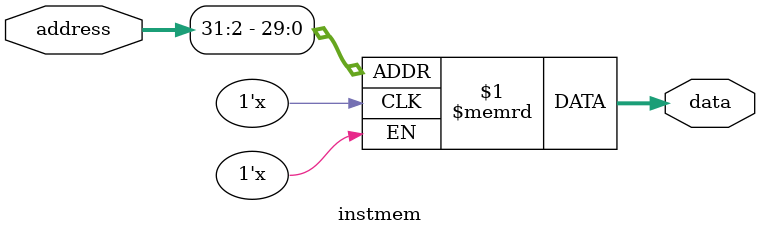
<source format=v>
module instmem(input [31:0] address, output [31:0] data);
    reg [31:0] mem[255:0];  
    assign data = mem[address[31:2]];  
endmodule
</source>
